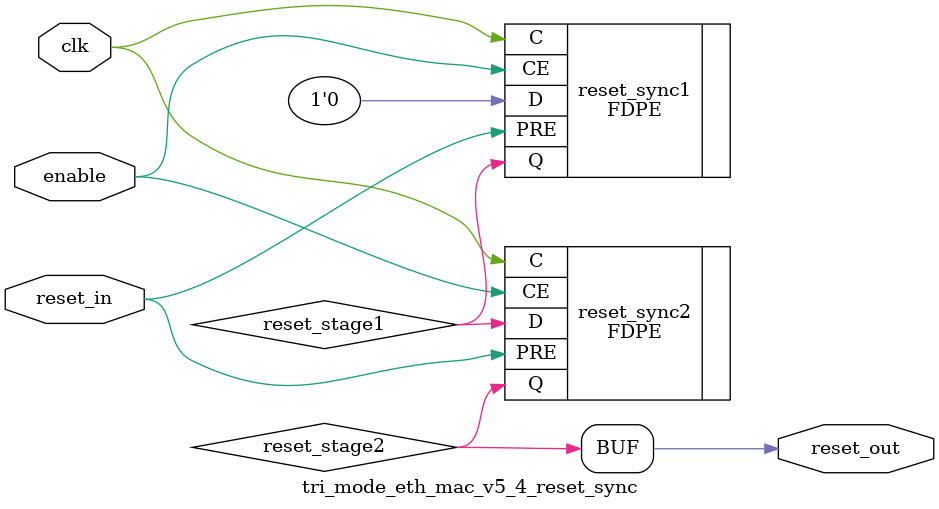
<source format=v>

`timescale 1ps/1ps

module tri_mode_eth_mac_v5_4_reset_sync #(
  parameter INITIALISE = 2'b11
)
(
   input       reset_in,
   input       clk,
   input       enable,
   output      reset_out
);


wire  reset_stage1;
wire  reset_stage2;

  (* ASYNC_REG = "TRUE", RLOC = "X0Y0",  SHREG_EXTRACT = "NO", INIT = "1" *)
  FDPE #(
   .INIT (INITIALISE[0])
  ) reset_sync1 (
  .C  (clk), 
  .CE (enable),
  .PRE(reset_in),
  .D  (1'b0),
  .Q  (reset_stage1) 
  );
  
  (* ASYNC_REG = "TRUE", RLOC = "X0Y0",  SHREG_EXTRACT = "NO", INIT = "1" *)
  FDPE #(
   .INIT (INITIALISE[1])
  ) reset_sync2 (
  .C  (clk), 
  .CE (enable),
  .PRE(reset_in),
  .D  (reset_stage1),
  .Q  (reset_stage2) 
  );


assign reset_out = reset_stage2;



endmodule

</source>
